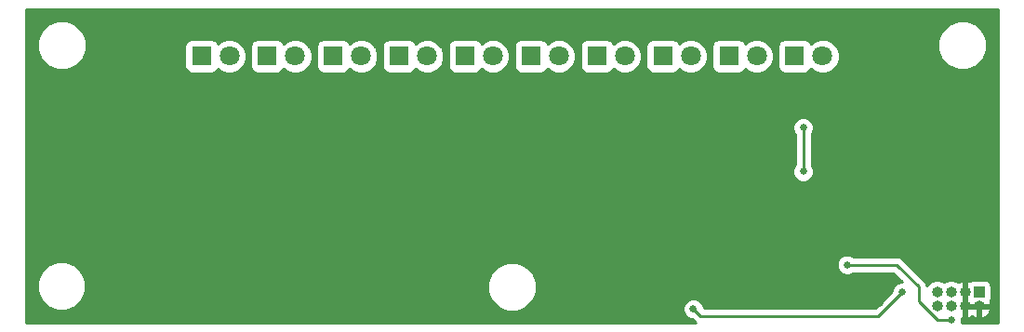
<source format=gbl>
G04 #@! TF.GenerationSoftware,KiCad,Pcbnew,5.0.1*
G04 #@! TF.CreationDate,2019-01-16T19:10:27-05:00*
G04 #@! TF.ProjectId,LED PCB,4C4544205043422E6B696361645F7063,rev?*
G04 #@! TF.SameCoordinates,Original*
G04 #@! TF.FileFunction,Copper,L2,Bot,Signal*
G04 #@! TF.FilePolarity,Positive*
%FSLAX46Y46*%
G04 Gerber Fmt 4.6, Leading zero omitted, Abs format (unit mm)*
G04 Created by KiCad (PCBNEW 5.0.1) date Wed 16 Jan 2019 07:10:27 PM EST*
%MOMM*%
%LPD*%
G01*
G04 APERTURE LIST*
G04 #@! TA.AperFunction,ComponentPad*
%ADD10C,1.800000*%
G04 #@! TD*
G04 #@! TA.AperFunction,ComponentPad*
%ADD11R,1.800000X1.800000*%
G04 #@! TD*
G04 #@! TA.AperFunction,ComponentPad*
%ADD12R,1.000000X1.000000*%
G04 #@! TD*
G04 #@! TA.AperFunction,ComponentPad*
%ADD13O,1.000000X1.000000*%
G04 #@! TD*
G04 #@! TA.AperFunction,ViaPad*
%ADD14C,0.635000*%
G04 #@! TD*
G04 #@! TA.AperFunction,Conductor*
%ADD15C,0.250000*%
G04 #@! TD*
G04 #@! TA.AperFunction,Conductor*
%ADD16C,0.254000*%
G04 #@! TD*
G04 APERTURE END LIST*
D10*
G04 #@! TO.P,D5,2*
G04 #@! TO.N,+5V*
X43265000Y-5000000D03*
D11*
G04 #@! TO.P,D5,1*
G04 #@! TO.N,Net-(D5-Pad1)*
X40725000Y-5000000D03*
G04 #@! TD*
D12*
G04 #@! TO.P,J1,1*
G04 #@! TO.N,+5V*
X87500000Y-26500000D03*
D13*
G04 #@! TO.P,J1,2*
G04 #@! TO.N,GND*
X87500000Y-27770000D03*
G04 #@! TO.P,J1,3*
X86230000Y-26500000D03*
G04 #@! TO.P,J1,4*
X86230000Y-27770000D03*
G04 #@! TO.P,J1,5*
G04 #@! TO.N,S3*
X84960000Y-26500000D03*
G04 #@! TO.P,J1,6*
G04 #@! TO.N,S2*
X84960000Y-27770000D03*
G04 #@! TO.P,J1,7*
G04 #@! TO.N,S1*
X83690000Y-26500000D03*
G04 #@! TO.P,J1,8*
G04 #@! TO.N,S0*
X83690000Y-27770000D03*
G04 #@! TD*
D10*
G04 #@! TO.P,D2,2*
G04 #@! TO.N,+5V*
X25265000Y-5000000D03*
D11*
G04 #@! TO.P,D2,1*
G04 #@! TO.N,Net-(D2-Pad1)*
X22725000Y-5000000D03*
G04 #@! TD*
G04 #@! TO.P,D3,1*
G04 #@! TO.N,Net-(D3-Pad1)*
X28725000Y-5000000D03*
D10*
G04 #@! TO.P,D3,2*
G04 #@! TO.N,+5V*
X31265000Y-5000000D03*
G04 #@! TD*
G04 #@! TO.P,D4,2*
G04 #@! TO.N,+5V*
X37265000Y-5000000D03*
D11*
G04 #@! TO.P,D4,1*
G04 #@! TO.N,Net-(D4-Pad1)*
X34725000Y-5000000D03*
G04 #@! TD*
D10*
G04 #@! TO.P,D6,2*
G04 #@! TO.N,+5V*
X49265000Y-5000000D03*
D11*
G04 #@! TO.P,D6,1*
G04 #@! TO.N,Net-(D6-Pad1)*
X46725000Y-5000000D03*
G04 #@! TD*
G04 #@! TO.P,D7,1*
G04 #@! TO.N,Net-(D7-Pad1)*
X52725000Y-5000000D03*
D10*
G04 #@! TO.P,D7,2*
G04 #@! TO.N,+5V*
X55265000Y-5000000D03*
G04 #@! TD*
G04 #@! TO.P,D8,2*
G04 #@! TO.N,+5V*
X61265000Y-5000000D03*
D11*
G04 #@! TO.P,D8,1*
G04 #@! TO.N,Net-(D8-Pad1)*
X58725000Y-5000000D03*
G04 #@! TD*
G04 #@! TO.P,D9,1*
G04 #@! TO.N,Net-(D9-Pad1)*
X64725000Y-5000000D03*
D10*
G04 #@! TO.P,D9,2*
G04 #@! TO.N,+5V*
X67265000Y-5000000D03*
G04 #@! TD*
G04 #@! TO.P,D10,2*
G04 #@! TO.N,+5V*
X73265000Y-5000000D03*
D11*
G04 #@! TO.P,D10,1*
G04 #@! TO.N,Net-(D10-Pad1)*
X70725000Y-5000000D03*
G04 #@! TD*
G04 #@! TO.P,D1,1*
G04 #@! TO.N,Net-(D1-Pad1)*
X16725000Y-5000000D03*
D10*
G04 #@! TO.P,D1,2*
G04 #@! TO.N,+5V*
X19265000Y-5000000D03*
G04 #@! TD*
D14*
G04 #@! TO.N,Net-(R10-Pad2)*
X71500000Y-11500000D03*
X71500000Y-15500000D03*
G04 #@! TO.N,GND*
X58500000Y-24500000D03*
X58500000Y-26500000D03*
X65500000Y-27000000D03*
X85500000Y-17500000D03*
X80000000Y-13000000D03*
X65500000Y-13000000D03*
X71500000Y-24000000D03*
X71500000Y-23000000D03*
X71500000Y-22000000D03*
X71500000Y-18000000D03*
X71500000Y-20500000D03*
X71500000Y-19500000D03*
X71500000Y-17000000D03*
X78500000Y-25500000D03*
X78500000Y-27500000D03*
G04 #@! TO.N,S1*
X61500000Y-28000000D03*
X80500000Y-26500000D03*
G04 #@! TO.N,S2*
X75500000Y-24000000D03*
X85000000Y-29000000D03*
G04 #@! TD*
D15*
G04 #@! TO.N,Net-(R10-Pad2)*
X71500000Y-15500000D02*
X71500000Y-11500000D01*
G04 #@! TO.N,S1*
X78354299Y-28645701D02*
X80500000Y-26500000D01*
X61500000Y-28000000D02*
X62145701Y-28645701D01*
X62145701Y-28645701D02*
X78354299Y-28645701D01*
G04 #@! TO.N,S2*
X83694262Y-29000000D02*
X82000000Y-27305738D01*
X85000000Y-29000000D02*
X83694262Y-29000000D01*
X82000000Y-27305738D02*
X82000000Y-26000000D01*
X80000000Y-24000000D02*
X75500000Y-24000000D01*
X82000000Y-26000000D02*
X80000000Y-24000000D01*
G04 #@! TD*
D16*
G04 #@! TO.N,GND*
G36*
X89265001Y-29265000D02*
X85921212Y-29265000D01*
X85952500Y-29189464D01*
X85952500Y-28846534D01*
X86103000Y-28737954D01*
X86103000Y-27897000D01*
X86357000Y-27897000D01*
X86357000Y-28737954D01*
X86531874Y-28864119D01*
X86790209Y-28757127D01*
X86865000Y-28692511D01*
X86939791Y-28757127D01*
X87198126Y-28864119D01*
X87373000Y-28737954D01*
X87373000Y-27897000D01*
X87627000Y-27897000D01*
X87627000Y-28737954D01*
X87801874Y-28864119D01*
X88060209Y-28757127D01*
X88395323Y-28467604D01*
X88594132Y-28071877D01*
X88469135Y-27897000D01*
X87627000Y-27897000D01*
X87373000Y-27897000D01*
X86357000Y-27897000D01*
X86103000Y-27897000D01*
X86091973Y-27897000D01*
X86117235Y-27770000D01*
X86091973Y-27643000D01*
X86103000Y-27643000D01*
X86103000Y-26627000D01*
X86091973Y-26627000D01*
X86117235Y-26500000D01*
X86091973Y-26373000D01*
X86103000Y-26373000D01*
X86103000Y-26000000D01*
X86352560Y-26000000D01*
X86352560Y-27000000D01*
X86357000Y-27022322D01*
X86357000Y-27643000D01*
X86977678Y-27643000D01*
X87000000Y-27647440D01*
X88000000Y-27647440D01*
X88022322Y-27643000D01*
X88469135Y-27643000D01*
X88594132Y-27468123D01*
X88532667Y-27345777D01*
X88598157Y-27247765D01*
X88647440Y-27000000D01*
X88647440Y-26000000D01*
X88598157Y-25752235D01*
X88457809Y-25542191D01*
X88247765Y-25401843D01*
X88000000Y-25352560D01*
X87000000Y-25352560D01*
X86752235Y-25401843D01*
X86664183Y-25460678D01*
X86531874Y-25405881D01*
X86357000Y-25532046D01*
X86357000Y-25977678D01*
X86352560Y-26000000D01*
X86103000Y-26000000D01*
X86103000Y-25532046D01*
X85928126Y-25405881D01*
X85669791Y-25512873D01*
X85606910Y-25567199D01*
X85402855Y-25430854D01*
X85071783Y-25365000D01*
X84848217Y-25365000D01*
X84517145Y-25430854D01*
X84325000Y-25559241D01*
X84132855Y-25430854D01*
X83801783Y-25365000D01*
X83578217Y-25365000D01*
X83247145Y-25430854D01*
X82871711Y-25681711D01*
X82748312Y-25866390D01*
X82715904Y-25703463D01*
X82547929Y-25452071D01*
X82484473Y-25409671D01*
X80590331Y-23515530D01*
X80547929Y-23452071D01*
X80296537Y-23284096D01*
X80074852Y-23240000D01*
X80074847Y-23240000D01*
X80000000Y-23225112D01*
X79925153Y-23240000D01*
X76087039Y-23240000D01*
X76039548Y-23192509D01*
X75689464Y-23047500D01*
X75310536Y-23047500D01*
X74960452Y-23192509D01*
X74692509Y-23460452D01*
X74547500Y-23810536D01*
X74547500Y-24189464D01*
X74692509Y-24539548D01*
X74960452Y-24807491D01*
X75310536Y-24952500D01*
X75689464Y-24952500D01*
X76039548Y-24807491D01*
X76087039Y-24760000D01*
X79685199Y-24760000D01*
X80472698Y-25547500D01*
X80310536Y-25547500D01*
X79960452Y-25692509D01*
X79692509Y-25960452D01*
X79547500Y-26310536D01*
X79547500Y-26377697D01*
X78039498Y-27885701D01*
X62460503Y-27885701D01*
X62452500Y-27877698D01*
X62452500Y-27810536D01*
X62307491Y-27460452D01*
X62039548Y-27192509D01*
X61689464Y-27047500D01*
X61310536Y-27047500D01*
X60960452Y-27192509D01*
X60692509Y-27460452D01*
X60547500Y-27810536D01*
X60547500Y-28189464D01*
X60692509Y-28539548D01*
X60960452Y-28807491D01*
X61310536Y-28952500D01*
X61377698Y-28952500D01*
X61555372Y-29130174D01*
X61597772Y-29193630D01*
X61704585Y-29265000D01*
X735000Y-29265000D01*
X735000Y-25480432D01*
X1740001Y-25480432D01*
X1740001Y-26369570D01*
X2080260Y-27191027D01*
X2708975Y-27819742D01*
X3530432Y-28160001D01*
X4419570Y-28160001D01*
X5241027Y-27819742D01*
X5869742Y-27191027D01*
X6210001Y-26369570D01*
X6210001Y-25555431D01*
X42765000Y-25555431D01*
X42765000Y-26444569D01*
X43105259Y-27266026D01*
X43733974Y-27894741D01*
X44555431Y-28235000D01*
X45444569Y-28235000D01*
X46266026Y-27894741D01*
X46894741Y-27266026D01*
X47235000Y-26444569D01*
X47235000Y-25555431D01*
X46894741Y-24733974D01*
X46266026Y-24105259D01*
X45444569Y-23765000D01*
X44555431Y-23765000D01*
X43733974Y-24105259D01*
X43105259Y-24733974D01*
X42765000Y-25555431D01*
X6210001Y-25555431D01*
X6210001Y-25480432D01*
X5869742Y-24658975D01*
X5241027Y-24030260D01*
X4419570Y-23690001D01*
X3530432Y-23690001D01*
X2708975Y-24030260D01*
X2080260Y-24658975D01*
X1740001Y-25480432D01*
X735000Y-25480432D01*
X735000Y-11310536D01*
X70547500Y-11310536D01*
X70547500Y-11689464D01*
X70692509Y-12039548D01*
X70740001Y-12087040D01*
X70740000Y-14912961D01*
X70692509Y-14960452D01*
X70547500Y-15310536D01*
X70547500Y-15689464D01*
X70692509Y-16039548D01*
X70960452Y-16307491D01*
X71310536Y-16452500D01*
X71689464Y-16452500D01*
X72039548Y-16307491D01*
X72307491Y-16039548D01*
X72452500Y-15689464D01*
X72452500Y-15310536D01*
X72307491Y-14960452D01*
X72260000Y-14912961D01*
X72260000Y-12087039D01*
X72307491Y-12039548D01*
X72452500Y-11689464D01*
X72452500Y-11310536D01*
X72307491Y-10960452D01*
X72039548Y-10692509D01*
X71689464Y-10547500D01*
X71310536Y-10547500D01*
X70960452Y-10692509D01*
X70692509Y-10960452D01*
X70547500Y-11310536D01*
X735000Y-11310536D01*
X735000Y-3555431D01*
X1765000Y-3555431D01*
X1765000Y-4444569D01*
X2105259Y-5266026D01*
X2733974Y-5894741D01*
X3555431Y-6235000D01*
X4444569Y-6235000D01*
X5266026Y-5894741D01*
X5894741Y-5266026D01*
X6235000Y-4444569D01*
X6235000Y-4100000D01*
X15177560Y-4100000D01*
X15177560Y-5900000D01*
X15226843Y-6147765D01*
X15367191Y-6357809D01*
X15577235Y-6498157D01*
X15825000Y-6547440D01*
X17625000Y-6547440D01*
X17872765Y-6498157D01*
X18082809Y-6357809D01*
X18223157Y-6147765D01*
X18226275Y-6132092D01*
X18395493Y-6301310D01*
X18959670Y-6535000D01*
X19570330Y-6535000D01*
X20134507Y-6301310D01*
X20566310Y-5869507D01*
X20800000Y-5305330D01*
X20800000Y-4694670D01*
X20566310Y-4130493D01*
X20535817Y-4100000D01*
X21177560Y-4100000D01*
X21177560Y-5900000D01*
X21226843Y-6147765D01*
X21367191Y-6357809D01*
X21577235Y-6498157D01*
X21825000Y-6547440D01*
X23625000Y-6547440D01*
X23872765Y-6498157D01*
X24082809Y-6357809D01*
X24223157Y-6147765D01*
X24226275Y-6132092D01*
X24395493Y-6301310D01*
X24959670Y-6535000D01*
X25570330Y-6535000D01*
X26134507Y-6301310D01*
X26566310Y-5869507D01*
X26800000Y-5305330D01*
X26800000Y-4694670D01*
X26566310Y-4130493D01*
X26535817Y-4100000D01*
X27177560Y-4100000D01*
X27177560Y-5900000D01*
X27226843Y-6147765D01*
X27367191Y-6357809D01*
X27577235Y-6498157D01*
X27825000Y-6547440D01*
X29625000Y-6547440D01*
X29872765Y-6498157D01*
X30082809Y-6357809D01*
X30223157Y-6147765D01*
X30226275Y-6132092D01*
X30395493Y-6301310D01*
X30959670Y-6535000D01*
X31570330Y-6535000D01*
X32134507Y-6301310D01*
X32566310Y-5869507D01*
X32800000Y-5305330D01*
X32800000Y-4694670D01*
X32566310Y-4130493D01*
X32535817Y-4100000D01*
X33177560Y-4100000D01*
X33177560Y-5900000D01*
X33226843Y-6147765D01*
X33367191Y-6357809D01*
X33577235Y-6498157D01*
X33825000Y-6547440D01*
X35625000Y-6547440D01*
X35872765Y-6498157D01*
X36082809Y-6357809D01*
X36223157Y-6147765D01*
X36226275Y-6132092D01*
X36395493Y-6301310D01*
X36959670Y-6535000D01*
X37570330Y-6535000D01*
X38134507Y-6301310D01*
X38566310Y-5869507D01*
X38800000Y-5305330D01*
X38800000Y-4694670D01*
X38566310Y-4130493D01*
X38535817Y-4100000D01*
X39177560Y-4100000D01*
X39177560Y-5900000D01*
X39226843Y-6147765D01*
X39367191Y-6357809D01*
X39577235Y-6498157D01*
X39825000Y-6547440D01*
X41625000Y-6547440D01*
X41872765Y-6498157D01*
X42082809Y-6357809D01*
X42223157Y-6147765D01*
X42226275Y-6132092D01*
X42395493Y-6301310D01*
X42959670Y-6535000D01*
X43570330Y-6535000D01*
X44134507Y-6301310D01*
X44566310Y-5869507D01*
X44800000Y-5305330D01*
X44800000Y-4694670D01*
X44566310Y-4130493D01*
X44535817Y-4100000D01*
X45177560Y-4100000D01*
X45177560Y-5900000D01*
X45226843Y-6147765D01*
X45367191Y-6357809D01*
X45577235Y-6498157D01*
X45825000Y-6547440D01*
X47625000Y-6547440D01*
X47872765Y-6498157D01*
X48082809Y-6357809D01*
X48223157Y-6147765D01*
X48226275Y-6132092D01*
X48395493Y-6301310D01*
X48959670Y-6535000D01*
X49570330Y-6535000D01*
X50134507Y-6301310D01*
X50566310Y-5869507D01*
X50800000Y-5305330D01*
X50800000Y-4694670D01*
X50566310Y-4130493D01*
X50535817Y-4100000D01*
X51177560Y-4100000D01*
X51177560Y-5900000D01*
X51226843Y-6147765D01*
X51367191Y-6357809D01*
X51577235Y-6498157D01*
X51825000Y-6547440D01*
X53625000Y-6547440D01*
X53872765Y-6498157D01*
X54082809Y-6357809D01*
X54223157Y-6147765D01*
X54226275Y-6132092D01*
X54395493Y-6301310D01*
X54959670Y-6535000D01*
X55570330Y-6535000D01*
X56134507Y-6301310D01*
X56566310Y-5869507D01*
X56800000Y-5305330D01*
X56800000Y-4694670D01*
X56566310Y-4130493D01*
X56535817Y-4100000D01*
X57177560Y-4100000D01*
X57177560Y-5900000D01*
X57226843Y-6147765D01*
X57367191Y-6357809D01*
X57577235Y-6498157D01*
X57825000Y-6547440D01*
X59625000Y-6547440D01*
X59872765Y-6498157D01*
X60082809Y-6357809D01*
X60223157Y-6147765D01*
X60226275Y-6132092D01*
X60395493Y-6301310D01*
X60959670Y-6535000D01*
X61570330Y-6535000D01*
X62134507Y-6301310D01*
X62566310Y-5869507D01*
X62800000Y-5305330D01*
X62800000Y-4694670D01*
X62566310Y-4130493D01*
X62535817Y-4100000D01*
X63177560Y-4100000D01*
X63177560Y-5900000D01*
X63226843Y-6147765D01*
X63367191Y-6357809D01*
X63577235Y-6498157D01*
X63825000Y-6547440D01*
X65625000Y-6547440D01*
X65872765Y-6498157D01*
X66082809Y-6357809D01*
X66223157Y-6147765D01*
X66226275Y-6132092D01*
X66395493Y-6301310D01*
X66959670Y-6535000D01*
X67570330Y-6535000D01*
X68134507Y-6301310D01*
X68566310Y-5869507D01*
X68800000Y-5305330D01*
X68800000Y-4694670D01*
X68566310Y-4130493D01*
X68535817Y-4100000D01*
X69177560Y-4100000D01*
X69177560Y-5900000D01*
X69226843Y-6147765D01*
X69367191Y-6357809D01*
X69577235Y-6498157D01*
X69825000Y-6547440D01*
X71625000Y-6547440D01*
X71872765Y-6498157D01*
X72082809Y-6357809D01*
X72223157Y-6147765D01*
X72226275Y-6132092D01*
X72395493Y-6301310D01*
X72959670Y-6535000D01*
X73570330Y-6535000D01*
X74134507Y-6301310D01*
X74566310Y-5869507D01*
X74800000Y-5305330D01*
X74800000Y-4694670D01*
X74566310Y-4130493D01*
X74134507Y-3698690D01*
X73788650Y-3555431D01*
X83765000Y-3555431D01*
X83765000Y-4444569D01*
X84105259Y-5266026D01*
X84733974Y-5894741D01*
X85555431Y-6235000D01*
X86444569Y-6235000D01*
X87266026Y-5894741D01*
X87894741Y-5266026D01*
X88235000Y-4444569D01*
X88235000Y-3555431D01*
X87894741Y-2733974D01*
X87266026Y-2105259D01*
X86444569Y-1765000D01*
X85555431Y-1765000D01*
X84733974Y-2105259D01*
X84105259Y-2733974D01*
X83765000Y-3555431D01*
X73788650Y-3555431D01*
X73570330Y-3465000D01*
X72959670Y-3465000D01*
X72395493Y-3698690D01*
X72226275Y-3867908D01*
X72223157Y-3852235D01*
X72082809Y-3642191D01*
X71872765Y-3501843D01*
X71625000Y-3452560D01*
X69825000Y-3452560D01*
X69577235Y-3501843D01*
X69367191Y-3642191D01*
X69226843Y-3852235D01*
X69177560Y-4100000D01*
X68535817Y-4100000D01*
X68134507Y-3698690D01*
X67570330Y-3465000D01*
X66959670Y-3465000D01*
X66395493Y-3698690D01*
X66226275Y-3867908D01*
X66223157Y-3852235D01*
X66082809Y-3642191D01*
X65872765Y-3501843D01*
X65625000Y-3452560D01*
X63825000Y-3452560D01*
X63577235Y-3501843D01*
X63367191Y-3642191D01*
X63226843Y-3852235D01*
X63177560Y-4100000D01*
X62535817Y-4100000D01*
X62134507Y-3698690D01*
X61570330Y-3465000D01*
X60959670Y-3465000D01*
X60395493Y-3698690D01*
X60226275Y-3867908D01*
X60223157Y-3852235D01*
X60082809Y-3642191D01*
X59872765Y-3501843D01*
X59625000Y-3452560D01*
X57825000Y-3452560D01*
X57577235Y-3501843D01*
X57367191Y-3642191D01*
X57226843Y-3852235D01*
X57177560Y-4100000D01*
X56535817Y-4100000D01*
X56134507Y-3698690D01*
X55570330Y-3465000D01*
X54959670Y-3465000D01*
X54395493Y-3698690D01*
X54226275Y-3867908D01*
X54223157Y-3852235D01*
X54082809Y-3642191D01*
X53872765Y-3501843D01*
X53625000Y-3452560D01*
X51825000Y-3452560D01*
X51577235Y-3501843D01*
X51367191Y-3642191D01*
X51226843Y-3852235D01*
X51177560Y-4100000D01*
X50535817Y-4100000D01*
X50134507Y-3698690D01*
X49570330Y-3465000D01*
X48959670Y-3465000D01*
X48395493Y-3698690D01*
X48226275Y-3867908D01*
X48223157Y-3852235D01*
X48082809Y-3642191D01*
X47872765Y-3501843D01*
X47625000Y-3452560D01*
X45825000Y-3452560D01*
X45577235Y-3501843D01*
X45367191Y-3642191D01*
X45226843Y-3852235D01*
X45177560Y-4100000D01*
X44535817Y-4100000D01*
X44134507Y-3698690D01*
X43570330Y-3465000D01*
X42959670Y-3465000D01*
X42395493Y-3698690D01*
X42226275Y-3867908D01*
X42223157Y-3852235D01*
X42082809Y-3642191D01*
X41872765Y-3501843D01*
X41625000Y-3452560D01*
X39825000Y-3452560D01*
X39577235Y-3501843D01*
X39367191Y-3642191D01*
X39226843Y-3852235D01*
X39177560Y-4100000D01*
X38535817Y-4100000D01*
X38134507Y-3698690D01*
X37570330Y-3465000D01*
X36959670Y-3465000D01*
X36395493Y-3698690D01*
X36226275Y-3867908D01*
X36223157Y-3852235D01*
X36082809Y-3642191D01*
X35872765Y-3501843D01*
X35625000Y-3452560D01*
X33825000Y-3452560D01*
X33577235Y-3501843D01*
X33367191Y-3642191D01*
X33226843Y-3852235D01*
X33177560Y-4100000D01*
X32535817Y-4100000D01*
X32134507Y-3698690D01*
X31570330Y-3465000D01*
X30959670Y-3465000D01*
X30395493Y-3698690D01*
X30226275Y-3867908D01*
X30223157Y-3852235D01*
X30082809Y-3642191D01*
X29872765Y-3501843D01*
X29625000Y-3452560D01*
X27825000Y-3452560D01*
X27577235Y-3501843D01*
X27367191Y-3642191D01*
X27226843Y-3852235D01*
X27177560Y-4100000D01*
X26535817Y-4100000D01*
X26134507Y-3698690D01*
X25570330Y-3465000D01*
X24959670Y-3465000D01*
X24395493Y-3698690D01*
X24226275Y-3867908D01*
X24223157Y-3852235D01*
X24082809Y-3642191D01*
X23872765Y-3501843D01*
X23625000Y-3452560D01*
X21825000Y-3452560D01*
X21577235Y-3501843D01*
X21367191Y-3642191D01*
X21226843Y-3852235D01*
X21177560Y-4100000D01*
X20535817Y-4100000D01*
X20134507Y-3698690D01*
X19570330Y-3465000D01*
X18959670Y-3465000D01*
X18395493Y-3698690D01*
X18226275Y-3867908D01*
X18223157Y-3852235D01*
X18082809Y-3642191D01*
X17872765Y-3501843D01*
X17625000Y-3452560D01*
X15825000Y-3452560D01*
X15577235Y-3501843D01*
X15367191Y-3642191D01*
X15226843Y-3852235D01*
X15177560Y-4100000D01*
X6235000Y-4100000D01*
X6235000Y-3555431D01*
X5894741Y-2733974D01*
X5266026Y-2105259D01*
X4444569Y-1765000D01*
X3555431Y-1765000D01*
X2733974Y-2105259D01*
X2105259Y-2733974D01*
X1765000Y-3555431D01*
X735000Y-3555431D01*
X735000Y-735000D01*
X89265000Y-735000D01*
X89265001Y-29265000D01*
X89265001Y-29265000D01*
G37*
X89265001Y-29265000D02*
X85921212Y-29265000D01*
X85952500Y-29189464D01*
X85952500Y-28846534D01*
X86103000Y-28737954D01*
X86103000Y-27897000D01*
X86357000Y-27897000D01*
X86357000Y-28737954D01*
X86531874Y-28864119D01*
X86790209Y-28757127D01*
X86865000Y-28692511D01*
X86939791Y-28757127D01*
X87198126Y-28864119D01*
X87373000Y-28737954D01*
X87373000Y-27897000D01*
X87627000Y-27897000D01*
X87627000Y-28737954D01*
X87801874Y-28864119D01*
X88060209Y-28757127D01*
X88395323Y-28467604D01*
X88594132Y-28071877D01*
X88469135Y-27897000D01*
X87627000Y-27897000D01*
X87373000Y-27897000D01*
X86357000Y-27897000D01*
X86103000Y-27897000D01*
X86091973Y-27897000D01*
X86117235Y-27770000D01*
X86091973Y-27643000D01*
X86103000Y-27643000D01*
X86103000Y-26627000D01*
X86091973Y-26627000D01*
X86117235Y-26500000D01*
X86091973Y-26373000D01*
X86103000Y-26373000D01*
X86103000Y-26000000D01*
X86352560Y-26000000D01*
X86352560Y-27000000D01*
X86357000Y-27022322D01*
X86357000Y-27643000D01*
X86977678Y-27643000D01*
X87000000Y-27647440D01*
X88000000Y-27647440D01*
X88022322Y-27643000D01*
X88469135Y-27643000D01*
X88594132Y-27468123D01*
X88532667Y-27345777D01*
X88598157Y-27247765D01*
X88647440Y-27000000D01*
X88647440Y-26000000D01*
X88598157Y-25752235D01*
X88457809Y-25542191D01*
X88247765Y-25401843D01*
X88000000Y-25352560D01*
X87000000Y-25352560D01*
X86752235Y-25401843D01*
X86664183Y-25460678D01*
X86531874Y-25405881D01*
X86357000Y-25532046D01*
X86357000Y-25977678D01*
X86352560Y-26000000D01*
X86103000Y-26000000D01*
X86103000Y-25532046D01*
X85928126Y-25405881D01*
X85669791Y-25512873D01*
X85606910Y-25567199D01*
X85402855Y-25430854D01*
X85071783Y-25365000D01*
X84848217Y-25365000D01*
X84517145Y-25430854D01*
X84325000Y-25559241D01*
X84132855Y-25430854D01*
X83801783Y-25365000D01*
X83578217Y-25365000D01*
X83247145Y-25430854D01*
X82871711Y-25681711D01*
X82748312Y-25866390D01*
X82715904Y-25703463D01*
X82547929Y-25452071D01*
X82484473Y-25409671D01*
X80590331Y-23515530D01*
X80547929Y-23452071D01*
X80296537Y-23284096D01*
X80074852Y-23240000D01*
X80074847Y-23240000D01*
X80000000Y-23225112D01*
X79925153Y-23240000D01*
X76087039Y-23240000D01*
X76039548Y-23192509D01*
X75689464Y-23047500D01*
X75310536Y-23047500D01*
X74960452Y-23192509D01*
X74692509Y-23460452D01*
X74547500Y-23810536D01*
X74547500Y-24189464D01*
X74692509Y-24539548D01*
X74960452Y-24807491D01*
X75310536Y-24952500D01*
X75689464Y-24952500D01*
X76039548Y-24807491D01*
X76087039Y-24760000D01*
X79685199Y-24760000D01*
X80472698Y-25547500D01*
X80310536Y-25547500D01*
X79960452Y-25692509D01*
X79692509Y-25960452D01*
X79547500Y-26310536D01*
X79547500Y-26377697D01*
X78039498Y-27885701D01*
X62460503Y-27885701D01*
X62452500Y-27877698D01*
X62452500Y-27810536D01*
X62307491Y-27460452D01*
X62039548Y-27192509D01*
X61689464Y-27047500D01*
X61310536Y-27047500D01*
X60960452Y-27192509D01*
X60692509Y-27460452D01*
X60547500Y-27810536D01*
X60547500Y-28189464D01*
X60692509Y-28539548D01*
X60960452Y-28807491D01*
X61310536Y-28952500D01*
X61377698Y-28952500D01*
X61555372Y-29130174D01*
X61597772Y-29193630D01*
X61704585Y-29265000D01*
X735000Y-29265000D01*
X735000Y-25480432D01*
X1740001Y-25480432D01*
X1740001Y-26369570D01*
X2080260Y-27191027D01*
X2708975Y-27819742D01*
X3530432Y-28160001D01*
X4419570Y-28160001D01*
X5241027Y-27819742D01*
X5869742Y-27191027D01*
X6210001Y-26369570D01*
X6210001Y-25555431D01*
X42765000Y-25555431D01*
X42765000Y-26444569D01*
X43105259Y-27266026D01*
X43733974Y-27894741D01*
X44555431Y-28235000D01*
X45444569Y-28235000D01*
X46266026Y-27894741D01*
X46894741Y-27266026D01*
X47235000Y-26444569D01*
X47235000Y-25555431D01*
X46894741Y-24733974D01*
X46266026Y-24105259D01*
X45444569Y-23765000D01*
X44555431Y-23765000D01*
X43733974Y-24105259D01*
X43105259Y-24733974D01*
X42765000Y-25555431D01*
X6210001Y-25555431D01*
X6210001Y-25480432D01*
X5869742Y-24658975D01*
X5241027Y-24030260D01*
X4419570Y-23690001D01*
X3530432Y-23690001D01*
X2708975Y-24030260D01*
X2080260Y-24658975D01*
X1740001Y-25480432D01*
X735000Y-25480432D01*
X735000Y-11310536D01*
X70547500Y-11310536D01*
X70547500Y-11689464D01*
X70692509Y-12039548D01*
X70740001Y-12087040D01*
X70740000Y-14912961D01*
X70692509Y-14960452D01*
X70547500Y-15310536D01*
X70547500Y-15689464D01*
X70692509Y-16039548D01*
X70960452Y-16307491D01*
X71310536Y-16452500D01*
X71689464Y-16452500D01*
X72039548Y-16307491D01*
X72307491Y-16039548D01*
X72452500Y-15689464D01*
X72452500Y-15310536D01*
X72307491Y-14960452D01*
X72260000Y-14912961D01*
X72260000Y-12087039D01*
X72307491Y-12039548D01*
X72452500Y-11689464D01*
X72452500Y-11310536D01*
X72307491Y-10960452D01*
X72039548Y-10692509D01*
X71689464Y-10547500D01*
X71310536Y-10547500D01*
X70960452Y-10692509D01*
X70692509Y-10960452D01*
X70547500Y-11310536D01*
X735000Y-11310536D01*
X735000Y-3555431D01*
X1765000Y-3555431D01*
X1765000Y-4444569D01*
X2105259Y-5266026D01*
X2733974Y-5894741D01*
X3555431Y-6235000D01*
X4444569Y-6235000D01*
X5266026Y-5894741D01*
X5894741Y-5266026D01*
X6235000Y-4444569D01*
X6235000Y-4100000D01*
X15177560Y-4100000D01*
X15177560Y-5900000D01*
X15226843Y-6147765D01*
X15367191Y-6357809D01*
X15577235Y-6498157D01*
X15825000Y-6547440D01*
X17625000Y-6547440D01*
X17872765Y-6498157D01*
X18082809Y-6357809D01*
X18223157Y-6147765D01*
X18226275Y-6132092D01*
X18395493Y-6301310D01*
X18959670Y-6535000D01*
X19570330Y-6535000D01*
X20134507Y-6301310D01*
X20566310Y-5869507D01*
X20800000Y-5305330D01*
X20800000Y-4694670D01*
X20566310Y-4130493D01*
X20535817Y-4100000D01*
X21177560Y-4100000D01*
X21177560Y-5900000D01*
X21226843Y-6147765D01*
X21367191Y-6357809D01*
X21577235Y-6498157D01*
X21825000Y-6547440D01*
X23625000Y-6547440D01*
X23872765Y-6498157D01*
X24082809Y-6357809D01*
X24223157Y-6147765D01*
X24226275Y-6132092D01*
X24395493Y-6301310D01*
X24959670Y-6535000D01*
X25570330Y-6535000D01*
X26134507Y-6301310D01*
X26566310Y-5869507D01*
X26800000Y-5305330D01*
X26800000Y-4694670D01*
X26566310Y-4130493D01*
X26535817Y-4100000D01*
X27177560Y-4100000D01*
X27177560Y-5900000D01*
X27226843Y-6147765D01*
X27367191Y-6357809D01*
X27577235Y-6498157D01*
X27825000Y-6547440D01*
X29625000Y-6547440D01*
X29872765Y-6498157D01*
X30082809Y-6357809D01*
X30223157Y-6147765D01*
X30226275Y-6132092D01*
X30395493Y-6301310D01*
X30959670Y-6535000D01*
X31570330Y-6535000D01*
X32134507Y-6301310D01*
X32566310Y-5869507D01*
X32800000Y-5305330D01*
X32800000Y-4694670D01*
X32566310Y-4130493D01*
X32535817Y-4100000D01*
X33177560Y-4100000D01*
X33177560Y-5900000D01*
X33226843Y-6147765D01*
X33367191Y-6357809D01*
X33577235Y-6498157D01*
X33825000Y-6547440D01*
X35625000Y-6547440D01*
X35872765Y-6498157D01*
X36082809Y-6357809D01*
X36223157Y-6147765D01*
X36226275Y-6132092D01*
X36395493Y-6301310D01*
X36959670Y-6535000D01*
X37570330Y-6535000D01*
X38134507Y-6301310D01*
X38566310Y-5869507D01*
X38800000Y-5305330D01*
X38800000Y-4694670D01*
X38566310Y-4130493D01*
X38535817Y-4100000D01*
X39177560Y-4100000D01*
X39177560Y-5900000D01*
X39226843Y-6147765D01*
X39367191Y-6357809D01*
X39577235Y-6498157D01*
X39825000Y-6547440D01*
X41625000Y-6547440D01*
X41872765Y-6498157D01*
X42082809Y-6357809D01*
X42223157Y-6147765D01*
X42226275Y-6132092D01*
X42395493Y-6301310D01*
X42959670Y-6535000D01*
X43570330Y-6535000D01*
X44134507Y-6301310D01*
X44566310Y-5869507D01*
X44800000Y-5305330D01*
X44800000Y-4694670D01*
X44566310Y-4130493D01*
X44535817Y-4100000D01*
X45177560Y-4100000D01*
X45177560Y-5900000D01*
X45226843Y-6147765D01*
X45367191Y-6357809D01*
X45577235Y-6498157D01*
X45825000Y-6547440D01*
X47625000Y-6547440D01*
X47872765Y-6498157D01*
X48082809Y-6357809D01*
X48223157Y-6147765D01*
X48226275Y-6132092D01*
X48395493Y-6301310D01*
X48959670Y-6535000D01*
X49570330Y-6535000D01*
X50134507Y-6301310D01*
X50566310Y-5869507D01*
X50800000Y-5305330D01*
X50800000Y-4694670D01*
X50566310Y-4130493D01*
X50535817Y-4100000D01*
X51177560Y-4100000D01*
X51177560Y-5900000D01*
X51226843Y-6147765D01*
X51367191Y-6357809D01*
X51577235Y-6498157D01*
X51825000Y-6547440D01*
X53625000Y-6547440D01*
X53872765Y-6498157D01*
X54082809Y-6357809D01*
X54223157Y-6147765D01*
X54226275Y-6132092D01*
X54395493Y-6301310D01*
X54959670Y-6535000D01*
X55570330Y-6535000D01*
X56134507Y-6301310D01*
X56566310Y-5869507D01*
X56800000Y-5305330D01*
X56800000Y-4694670D01*
X56566310Y-4130493D01*
X56535817Y-4100000D01*
X57177560Y-4100000D01*
X57177560Y-5900000D01*
X57226843Y-6147765D01*
X57367191Y-6357809D01*
X57577235Y-6498157D01*
X57825000Y-6547440D01*
X59625000Y-6547440D01*
X59872765Y-6498157D01*
X60082809Y-6357809D01*
X60223157Y-6147765D01*
X60226275Y-6132092D01*
X60395493Y-6301310D01*
X60959670Y-6535000D01*
X61570330Y-6535000D01*
X62134507Y-6301310D01*
X62566310Y-5869507D01*
X62800000Y-5305330D01*
X62800000Y-4694670D01*
X62566310Y-4130493D01*
X62535817Y-4100000D01*
X63177560Y-4100000D01*
X63177560Y-5900000D01*
X63226843Y-6147765D01*
X63367191Y-6357809D01*
X63577235Y-6498157D01*
X63825000Y-6547440D01*
X65625000Y-6547440D01*
X65872765Y-6498157D01*
X66082809Y-6357809D01*
X66223157Y-6147765D01*
X66226275Y-6132092D01*
X66395493Y-6301310D01*
X66959670Y-6535000D01*
X67570330Y-6535000D01*
X68134507Y-6301310D01*
X68566310Y-5869507D01*
X68800000Y-5305330D01*
X68800000Y-4694670D01*
X68566310Y-4130493D01*
X68535817Y-4100000D01*
X69177560Y-4100000D01*
X69177560Y-5900000D01*
X69226843Y-6147765D01*
X69367191Y-6357809D01*
X69577235Y-6498157D01*
X69825000Y-6547440D01*
X71625000Y-6547440D01*
X71872765Y-6498157D01*
X72082809Y-6357809D01*
X72223157Y-6147765D01*
X72226275Y-6132092D01*
X72395493Y-6301310D01*
X72959670Y-6535000D01*
X73570330Y-6535000D01*
X74134507Y-6301310D01*
X74566310Y-5869507D01*
X74800000Y-5305330D01*
X74800000Y-4694670D01*
X74566310Y-4130493D01*
X74134507Y-3698690D01*
X73788650Y-3555431D01*
X83765000Y-3555431D01*
X83765000Y-4444569D01*
X84105259Y-5266026D01*
X84733974Y-5894741D01*
X85555431Y-6235000D01*
X86444569Y-6235000D01*
X87266026Y-5894741D01*
X87894741Y-5266026D01*
X88235000Y-4444569D01*
X88235000Y-3555431D01*
X87894741Y-2733974D01*
X87266026Y-2105259D01*
X86444569Y-1765000D01*
X85555431Y-1765000D01*
X84733974Y-2105259D01*
X84105259Y-2733974D01*
X83765000Y-3555431D01*
X73788650Y-3555431D01*
X73570330Y-3465000D01*
X72959670Y-3465000D01*
X72395493Y-3698690D01*
X72226275Y-3867908D01*
X72223157Y-3852235D01*
X72082809Y-3642191D01*
X71872765Y-3501843D01*
X71625000Y-3452560D01*
X69825000Y-3452560D01*
X69577235Y-3501843D01*
X69367191Y-3642191D01*
X69226843Y-3852235D01*
X69177560Y-4100000D01*
X68535817Y-4100000D01*
X68134507Y-3698690D01*
X67570330Y-3465000D01*
X66959670Y-3465000D01*
X66395493Y-3698690D01*
X66226275Y-3867908D01*
X66223157Y-3852235D01*
X66082809Y-3642191D01*
X65872765Y-3501843D01*
X65625000Y-3452560D01*
X63825000Y-3452560D01*
X63577235Y-3501843D01*
X63367191Y-3642191D01*
X63226843Y-3852235D01*
X63177560Y-4100000D01*
X62535817Y-4100000D01*
X62134507Y-3698690D01*
X61570330Y-3465000D01*
X60959670Y-3465000D01*
X60395493Y-3698690D01*
X60226275Y-3867908D01*
X60223157Y-3852235D01*
X60082809Y-3642191D01*
X59872765Y-3501843D01*
X59625000Y-3452560D01*
X57825000Y-3452560D01*
X57577235Y-3501843D01*
X57367191Y-3642191D01*
X57226843Y-3852235D01*
X57177560Y-4100000D01*
X56535817Y-4100000D01*
X56134507Y-3698690D01*
X55570330Y-3465000D01*
X54959670Y-3465000D01*
X54395493Y-3698690D01*
X54226275Y-3867908D01*
X54223157Y-3852235D01*
X54082809Y-3642191D01*
X53872765Y-3501843D01*
X53625000Y-3452560D01*
X51825000Y-3452560D01*
X51577235Y-3501843D01*
X51367191Y-3642191D01*
X51226843Y-3852235D01*
X51177560Y-4100000D01*
X50535817Y-4100000D01*
X50134507Y-3698690D01*
X49570330Y-3465000D01*
X48959670Y-3465000D01*
X48395493Y-3698690D01*
X48226275Y-3867908D01*
X48223157Y-3852235D01*
X48082809Y-3642191D01*
X47872765Y-3501843D01*
X47625000Y-3452560D01*
X45825000Y-3452560D01*
X45577235Y-3501843D01*
X45367191Y-3642191D01*
X45226843Y-3852235D01*
X45177560Y-4100000D01*
X44535817Y-4100000D01*
X44134507Y-3698690D01*
X43570330Y-3465000D01*
X42959670Y-3465000D01*
X42395493Y-3698690D01*
X42226275Y-3867908D01*
X42223157Y-3852235D01*
X42082809Y-3642191D01*
X41872765Y-3501843D01*
X41625000Y-3452560D01*
X39825000Y-3452560D01*
X39577235Y-3501843D01*
X39367191Y-3642191D01*
X39226843Y-3852235D01*
X39177560Y-4100000D01*
X38535817Y-4100000D01*
X38134507Y-3698690D01*
X37570330Y-3465000D01*
X36959670Y-3465000D01*
X36395493Y-3698690D01*
X36226275Y-3867908D01*
X36223157Y-3852235D01*
X36082809Y-3642191D01*
X35872765Y-3501843D01*
X35625000Y-3452560D01*
X33825000Y-3452560D01*
X33577235Y-3501843D01*
X33367191Y-3642191D01*
X33226843Y-3852235D01*
X33177560Y-4100000D01*
X32535817Y-4100000D01*
X32134507Y-3698690D01*
X31570330Y-3465000D01*
X30959670Y-3465000D01*
X30395493Y-3698690D01*
X30226275Y-3867908D01*
X30223157Y-3852235D01*
X30082809Y-3642191D01*
X29872765Y-3501843D01*
X29625000Y-3452560D01*
X27825000Y-3452560D01*
X27577235Y-3501843D01*
X27367191Y-3642191D01*
X27226843Y-3852235D01*
X27177560Y-4100000D01*
X26535817Y-4100000D01*
X26134507Y-3698690D01*
X25570330Y-3465000D01*
X24959670Y-3465000D01*
X24395493Y-3698690D01*
X24226275Y-3867908D01*
X24223157Y-3852235D01*
X24082809Y-3642191D01*
X23872765Y-3501843D01*
X23625000Y-3452560D01*
X21825000Y-3452560D01*
X21577235Y-3501843D01*
X21367191Y-3642191D01*
X21226843Y-3852235D01*
X21177560Y-4100000D01*
X20535817Y-4100000D01*
X20134507Y-3698690D01*
X19570330Y-3465000D01*
X18959670Y-3465000D01*
X18395493Y-3698690D01*
X18226275Y-3867908D01*
X18223157Y-3852235D01*
X18082809Y-3642191D01*
X17872765Y-3501843D01*
X17625000Y-3452560D01*
X15825000Y-3452560D01*
X15577235Y-3501843D01*
X15367191Y-3642191D01*
X15226843Y-3852235D01*
X15177560Y-4100000D01*
X6235000Y-4100000D01*
X6235000Y-3555431D01*
X5894741Y-2733974D01*
X5266026Y-2105259D01*
X4444569Y-1765000D01*
X3555431Y-1765000D01*
X2733974Y-2105259D01*
X2105259Y-2733974D01*
X1765000Y-3555431D01*
X735000Y-3555431D01*
X735000Y-735000D01*
X89265000Y-735000D01*
X89265001Y-29265000D01*
G04 #@! TD*
M02*

</source>
